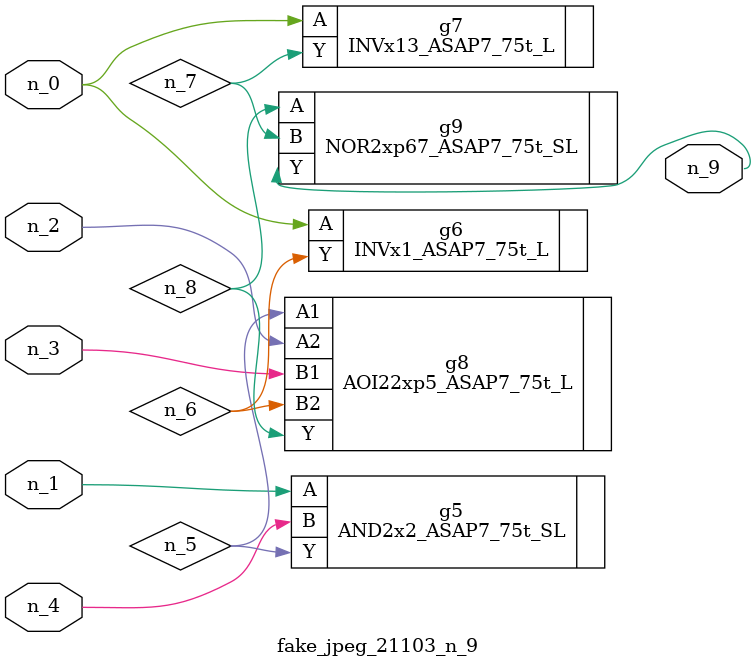
<source format=v>
module fake_jpeg_21103_n_9 (n_3, n_2, n_1, n_0, n_4, n_9);

input n_3;
input n_2;
input n_1;
input n_0;
input n_4;

output n_9;

wire n_8;
wire n_6;
wire n_5;
wire n_7;

AND2x2_ASAP7_75t_SL g5 ( 
.A(n_1),
.B(n_4),
.Y(n_5)
);

INVx1_ASAP7_75t_L g6 ( 
.A(n_0),
.Y(n_6)
);

INVx13_ASAP7_75t_L g7 ( 
.A(n_0),
.Y(n_7)
);

AOI22xp5_ASAP7_75t_L g8 ( 
.A1(n_5),
.A2(n_2),
.B1(n_3),
.B2(n_6),
.Y(n_8)
);

NOR2xp67_ASAP7_75t_SL g9 ( 
.A(n_8),
.B(n_7),
.Y(n_9)
);


endmodule
</source>
